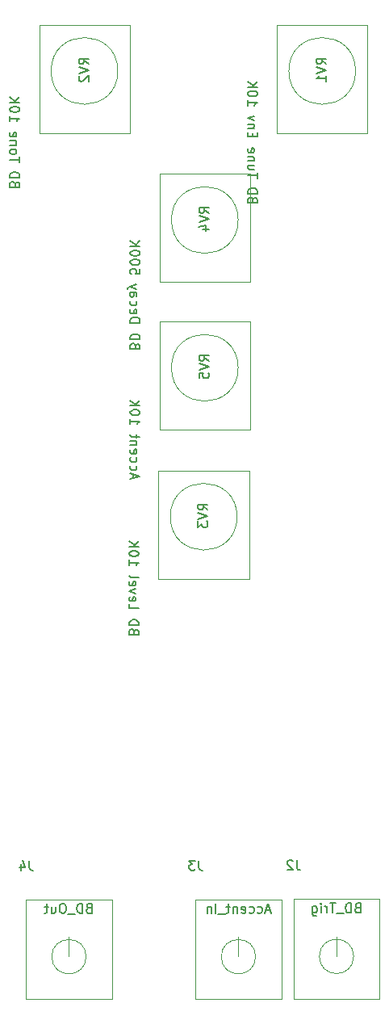
<source format=gbr>
%TF.GenerationSoftware,KiCad,Pcbnew,(5.1.9)-1*%
%TF.CreationDate,2021-08-15T07:19:13+01:00*%
%TF.ProjectId,8x8_Kick_Drum,3878385f-4b69-4636-9b5f-4472756d2e6b,rev?*%
%TF.SameCoordinates,Original*%
%TF.FileFunction,Other,Fab,Bot*%
%FSLAX46Y46*%
G04 Gerber Fmt 4.6, Leading zero omitted, Abs format (unit mm)*
G04 Created by KiCad (PCBNEW (5.1.9)-1) date 2021-08-15 07:19:13*
%MOMM*%
%LPD*%
G01*
G04 APERTURE LIST*
%ADD10C,0.100000*%
%ADD11C,0.150000*%
G04 APERTURE END LIST*
D10*
%TO.C,J4*%
X132334000Y-163065000D02*
X132334000Y-161035000D01*
X134134000Y-163085000D02*
G75*
G03*
X134134000Y-163085000I-1800000J0D01*
G01*
X136834000Y-167535000D02*
X127834000Y-167535000D01*
X136834000Y-157085000D02*
X127834000Y-157085000D01*
X136834000Y-157085000D02*
X136834000Y-167485000D01*
X127834000Y-157085000D02*
X127834000Y-167485000D01*
%TO.C,J3*%
X150114000Y-163068000D02*
X150114000Y-161038000D01*
X151914000Y-163088000D02*
G75*
G03*
X151914000Y-163088000I-1800000J0D01*
G01*
X154614000Y-167538000D02*
X145614000Y-167538000D01*
X154614000Y-157088000D02*
X145614000Y-157088000D01*
X154614000Y-157088000D02*
X154614000Y-167488000D01*
X145614000Y-157088000D02*
X145614000Y-167488000D01*
%TO.C,J2*%
X160401000Y-163035000D02*
X160401000Y-161005000D01*
X162201000Y-163055000D02*
G75*
G03*
X162201000Y-163055000I-1800000J0D01*
G01*
X164901000Y-167505000D02*
X155901000Y-167505000D01*
X164901000Y-157055000D02*
X155901000Y-157055000D01*
X164901000Y-157055000D02*
X164901000Y-167455000D01*
X155901000Y-157055000D02*
X155901000Y-167455000D01*
%TO.C,RV5*%
X150084000Y-101346000D02*
G75*
G03*
X150084000Y-101346000I-3500000J0D01*
G01*
X141834000Y-107846000D02*
X151334000Y-107846000D01*
X141834000Y-96496000D02*
X151334000Y-96496000D01*
X151334000Y-107846000D02*
X151334000Y-96496000D01*
X141834000Y-107846000D02*
X141834000Y-96496000D01*
%TO.C,RV3*%
X149971000Y-116960000D02*
G75*
G03*
X149971000Y-116960000I-3500000J0D01*
G01*
X141721000Y-123460000D02*
X151221000Y-123460000D01*
X141721000Y-112110000D02*
X151221000Y-112110000D01*
X151221000Y-123460000D02*
X151221000Y-112110000D01*
X141721000Y-123460000D02*
X141721000Y-112110000D01*
%TO.C,RV4*%
X150084000Y-85852000D02*
G75*
G03*
X150084000Y-85852000I-3500000J0D01*
G01*
X141834000Y-92352000D02*
X151334000Y-92352000D01*
X141834000Y-81002000D02*
X151334000Y-81002000D01*
X151334000Y-92352000D02*
X151334000Y-81002000D01*
X141834000Y-92352000D02*
X141834000Y-81002000D01*
%TO.C,RV2*%
X137459000Y-70224000D02*
G75*
G03*
X137459000Y-70224000I-3500000J0D01*
G01*
X129209000Y-76724000D02*
X138709000Y-76724000D01*
X129209000Y-65374000D02*
X138709000Y-65374000D01*
X138709000Y-76724000D02*
X138709000Y-65374000D01*
X129209000Y-76724000D02*
X129209000Y-65374000D01*
%TO.C,RV1*%
X162403000Y-70224000D02*
G75*
G03*
X162403000Y-70224000I-3500000J0D01*
G01*
X154153000Y-76724000D02*
X163653000Y-76724000D01*
X154153000Y-65374000D02*
X163653000Y-65374000D01*
X163653000Y-76724000D02*
X163653000Y-65374000D01*
X154153000Y-76724000D02*
X154153000Y-65374000D01*
%TD*%
%TO.C,J4*%
D11*
X134405428Y-157993571D02*
X134262571Y-158041190D01*
X134214952Y-158088809D01*
X134167333Y-158184047D01*
X134167333Y-158326904D01*
X134214952Y-158422142D01*
X134262571Y-158469761D01*
X134357809Y-158517380D01*
X134738761Y-158517380D01*
X134738761Y-157517380D01*
X134405428Y-157517380D01*
X134310190Y-157565000D01*
X134262571Y-157612619D01*
X134214952Y-157707857D01*
X134214952Y-157803095D01*
X134262571Y-157898333D01*
X134310190Y-157945952D01*
X134405428Y-157993571D01*
X134738761Y-157993571D01*
X133738761Y-158517380D02*
X133738761Y-157517380D01*
X133500666Y-157517380D01*
X133357809Y-157565000D01*
X133262571Y-157660238D01*
X133214952Y-157755476D01*
X133167333Y-157945952D01*
X133167333Y-158088809D01*
X133214952Y-158279285D01*
X133262571Y-158374523D01*
X133357809Y-158469761D01*
X133500666Y-158517380D01*
X133738761Y-158517380D01*
X132976857Y-158612619D02*
X132214952Y-158612619D01*
X131786380Y-157517380D02*
X131595904Y-157517380D01*
X131500666Y-157565000D01*
X131405428Y-157660238D01*
X131357809Y-157850714D01*
X131357809Y-158184047D01*
X131405428Y-158374523D01*
X131500666Y-158469761D01*
X131595904Y-158517380D01*
X131786380Y-158517380D01*
X131881619Y-158469761D01*
X131976857Y-158374523D01*
X132024476Y-158184047D01*
X132024476Y-157850714D01*
X131976857Y-157660238D01*
X131881619Y-157565000D01*
X131786380Y-157517380D01*
X130500666Y-157850714D02*
X130500666Y-158517380D01*
X130929238Y-157850714D02*
X130929238Y-158374523D01*
X130881619Y-158469761D01*
X130786380Y-158517380D01*
X130643523Y-158517380D01*
X130548285Y-158469761D01*
X130500666Y-158422142D01*
X130167333Y-157850714D02*
X129786380Y-157850714D01*
X130024476Y-157517380D02*
X130024476Y-158374523D01*
X129976857Y-158469761D01*
X129881619Y-158517380D01*
X129786380Y-158517380D01*
X128167333Y-153017380D02*
X128167333Y-153731666D01*
X128214952Y-153874523D01*
X128310190Y-153969761D01*
X128453047Y-154017380D01*
X128548285Y-154017380D01*
X127262571Y-153350714D02*
X127262571Y-154017380D01*
X127500666Y-152969761D02*
X127738761Y-153684047D01*
X127119714Y-153684047D01*
%TO.C,J3*%
X153447333Y-158234666D02*
X152971142Y-158234666D01*
X153542571Y-158520380D02*
X153209238Y-157520380D01*
X152875904Y-158520380D01*
X152114000Y-158472761D02*
X152209238Y-158520380D01*
X152399714Y-158520380D01*
X152494952Y-158472761D01*
X152542571Y-158425142D01*
X152590190Y-158329904D01*
X152590190Y-158044190D01*
X152542571Y-157948952D01*
X152494952Y-157901333D01*
X152399714Y-157853714D01*
X152209238Y-157853714D01*
X152114000Y-157901333D01*
X151256857Y-158472761D02*
X151352095Y-158520380D01*
X151542571Y-158520380D01*
X151637809Y-158472761D01*
X151685428Y-158425142D01*
X151733047Y-158329904D01*
X151733047Y-158044190D01*
X151685428Y-157948952D01*
X151637809Y-157901333D01*
X151542571Y-157853714D01*
X151352095Y-157853714D01*
X151256857Y-157901333D01*
X150447333Y-158472761D02*
X150542571Y-158520380D01*
X150733047Y-158520380D01*
X150828285Y-158472761D01*
X150875904Y-158377523D01*
X150875904Y-157996571D01*
X150828285Y-157901333D01*
X150733047Y-157853714D01*
X150542571Y-157853714D01*
X150447333Y-157901333D01*
X150399714Y-157996571D01*
X150399714Y-158091809D01*
X150875904Y-158187047D01*
X149971142Y-157853714D02*
X149971142Y-158520380D01*
X149971142Y-157948952D02*
X149923523Y-157901333D01*
X149828285Y-157853714D01*
X149685428Y-157853714D01*
X149590190Y-157901333D01*
X149542571Y-157996571D01*
X149542571Y-158520380D01*
X149209238Y-157853714D02*
X148828285Y-157853714D01*
X149066380Y-157520380D02*
X149066380Y-158377523D01*
X149018761Y-158472761D01*
X148923523Y-158520380D01*
X148828285Y-158520380D01*
X148733047Y-158615619D02*
X147971142Y-158615619D01*
X147733047Y-158520380D02*
X147733047Y-157520380D01*
X147256857Y-157853714D02*
X147256857Y-158520380D01*
X147256857Y-157948952D02*
X147209238Y-157901333D01*
X147114000Y-157853714D01*
X146971142Y-157853714D01*
X146875904Y-157901333D01*
X146828285Y-157996571D01*
X146828285Y-158520380D01*
X145947333Y-153020380D02*
X145947333Y-153734666D01*
X145994952Y-153877523D01*
X146090190Y-153972761D01*
X146233047Y-154020380D01*
X146328285Y-154020380D01*
X145566380Y-153020380D02*
X144947333Y-153020380D01*
X145280666Y-153401333D01*
X145137809Y-153401333D01*
X145042571Y-153448952D01*
X144994952Y-153496571D01*
X144947333Y-153591809D01*
X144947333Y-153829904D01*
X144994952Y-153925142D01*
X145042571Y-153972761D01*
X145137809Y-154020380D01*
X145423523Y-154020380D01*
X145518761Y-153972761D01*
X145566380Y-153925142D01*
%TO.C,J2*%
X162591476Y-157963571D02*
X162448619Y-158011190D01*
X162401000Y-158058809D01*
X162353380Y-158154047D01*
X162353380Y-158296904D01*
X162401000Y-158392142D01*
X162448619Y-158439761D01*
X162543857Y-158487380D01*
X162924809Y-158487380D01*
X162924809Y-157487380D01*
X162591476Y-157487380D01*
X162496238Y-157535000D01*
X162448619Y-157582619D01*
X162401000Y-157677857D01*
X162401000Y-157773095D01*
X162448619Y-157868333D01*
X162496238Y-157915952D01*
X162591476Y-157963571D01*
X162924809Y-157963571D01*
X161924809Y-158487380D02*
X161924809Y-157487380D01*
X161686714Y-157487380D01*
X161543857Y-157535000D01*
X161448619Y-157630238D01*
X161401000Y-157725476D01*
X161353380Y-157915952D01*
X161353380Y-158058809D01*
X161401000Y-158249285D01*
X161448619Y-158344523D01*
X161543857Y-158439761D01*
X161686714Y-158487380D01*
X161924809Y-158487380D01*
X161162904Y-158582619D02*
X160401000Y-158582619D01*
X160305761Y-157487380D02*
X159734333Y-157487380D01*
X160020047Y-158487380D02*
X160020047Y-157487380D01*
X159401000Y-158487380D02*
X159401000Y-157820714D01*
X159401000Y-158011190D02*
X159353380Y-157915952D01*
X159305761Y-157868333D01*
X159210523Y-157820714D01*
X159115285Y-157820714D01*
X158781952Y-158487380D02*
X158781952Y-157820714D01*
X158781952Y-157487380D02*
X158829571Y-157535000D01*
X158781952Y-157582619D01*
X158734333Y-157535000D01*
X158781952Y-157487380D01*
X158781952Y-157582619D01*
X157877190Y-157820714D02*
X157877190Y-158630238D01*
X157924809Y-158725476D01*
X157972428Y-158773095D01*
X158067666Y-158820714D01*
X158210523Y-158820714D01*
X158305761Y-158773095D01*
X157877190Y-158439761D02*
X157972428Y-158487380D01*
X158162904Y-158487380D01*
X158258142Y-158439761D01*
X158305761Y-158392142D01*
X158353380Y-158296904D01*
X158353380Y-158011190D01*
X158305761Y-157915952D01*
X158258142Y-157868333D01*
X158162904Y-157820714D01*
X157972428Y-157820714D01*
X157877190Y-157868333D01*
X156234333Y-152987380D02*
X156234333Y-153701666D01*
X156281952Y-153844523D01*
X156377190Y-153939761D01*
X156520047Y-153987380D01*
X156615285Y-153987380D01*
X155805761Y-153082619D02*
X155758142Y-153035000D01*
X155662904Y-152987380D01*
X155424809Y-152987380D01*
X155329571Y-153035000D01*
X155281952Y-153082619D01*
X155234333Y-153177857D01*
X155234333Y-153273095D01*
X155281952Y-153415952D01*
X155853380Y-153987380D01*
X155234333Y-153987380D01*
%TO.C,RV5*%
X139057333Y-112941238D02*
X139057333Y-112465047D01*
X138771619Y-113036476D02*
X139771619Y-112703142D01*
X138771619Y-112369809D01*
X138819238Y-111607904D02*
X138771619Y-111703142D01*
X138771619Y-111893619D01*
X138819238Y-111988857D01*
X138866857Y-112036476D01*
X138962095Y-112084095D01*
X139247809Y-112084095D01*
X139343047Y-112036476D01*
X139390666Y-111988857D01*
X139438285Y-111893619D01*
X139438285Y-111703142D01*
X139390666Y-111607904D01*
X138819238Y-110750761D02*
X138771619Y-110846000D01*
X138771619Y-111036476D01*
X138819238Y-111131714D01*
X138866857Y-111179333D01*
X138962095Y-111226952D01*
X139247809Y-111226952D01*
X139343047Y-111179333D01*
X139390666Y-111131714D01*
X139438285Y-111036476D01*
X139438285Y-110846000D01*
X139390666Y-110750761D01*
X138819238Y-109941238D02*
X138771619Y-110036476D01*
X138771619Y-110226952D01*
X138819238Y-110322190D01*
X138914476Y-110369809D01*
X139295428Y-110369809D01*
X139390666Y-110322190D01*
X139438285Y-110226952D01*
X139438285Y-110036476D01*
X139390666Y-109941238D01*
X139295428Y-109893619D01*
X139200190Y-109893619D01*
X139104952Y-110369809D01*
X139438285Y-109465047D02*
X138771619Y-109465047D01*
X139343047Y-109465047D02*
X139390666Y-109417428D01*
X139438285Y-109322190D01*
X139438285Y-109179333D01*
X139390666Y-109084095D01*
X139295428Y-109036476D01*
X138771619Y-109036476D01*
X139438285Y-108703142D02*
X139438285Y-108322190D01*
X139771619Y-108560285D02*
X138914476Y-108560285D01*
X138819238Y-108512666D01*
X138771619Y-108417428D01*
X138771619Y-108322190D01*
X138771619Y-106703142D02*
X138771619Y-107274571D01*
X138771619Y-106988857D02*
X139771619Y-106988857D01*
X139628761Y-107084095D01*
X139533523Y-107179333D01*
X139485904Y-107274571D01*
X139771619Y-106084095D02*
X139771619Y-105988857D01*
X139724000Y-105893619D01*
X139676380Y-105846000D01*
X139581142Y-105798380D01*
X139390666Y-105750761D01*
X139152571Y-105750761D01*
X138962095Y-105798380D01*
X138866857Y-105846000D01*
X138819238Y-105893619D01*
X138771619Y-105988857D01*
X138771619Y-106084095D01*
X138819238Y-106179333D01*
X138866857Y-106226952D01*
X138962095Y-106274571D01*
X139152571Y-106322190D01*
X139390666Y-106322190D01*
X139581142Y-106274571D01*
X139676380Y-106226952D01*
X139724000Y-106179333D01*
X139771619Y-106084095D01*
X138771619Y-105322190D02*
X139771619Y-105322190D01*
X138771619Y-104750761D02*
X139343047Y-105179333D01*
X139771619Y-104750761D02*
X139200190Y-105322190D01*
X146996380Y-100630761D02*
X146520190Y-100297428D01*
X146996380Y-100059333D02*
X145996380Y-100059333D01*
X145996380Y-100440285D01*
X146044000Y-100535523D01*
X146091619Y-100583142D01*
X146186857Y-100630761D01*
X146329714Y-100630761D01*
X146424952Y-100583142D01*
X146472571Y-100535523D01*
X146520190Y-100440285D01*
X146520190Y-100059333D01*
X145996380Y-100916476D02*
X146996380Y-101249809D01*
X145996380Y-101583142D01*
X145996380Y-102392666D02*
X145996380Y-101916476D01*
X146472571Y-101868857D01*
X146424952Y-101916476D01*
X146377333Y-102011714D01*
X146377333Y-102249809D01*
X146424952Y-102345047D01*
X146472571Y-102392666D01*
X146567809Y-102440285D01*
X146805904Y-102440285D01*
X146901142Y-102392666D01*
X146948761Y-102345047D01*
X146996380Y-102249809D01*
X146996380Y-102011714D01*
X146948761Y-101916476D01*
X146901142Y-101868857D01*
%TO.C,RV3*%
X139182428Y-129007619D02*
X139134809Y-128864761D01*
X139087190Y-128817142D01*
X138991952Y-128769523D01*
X138849095Y-128769523D01*
X138753857Y-128817142D01*
X138706238Y-128864761D01*
X138658619Y-128960000D01*
X138658619Y-129340952D01*
X139658619Y-129340952D01*
X139658619Y-129007619D01*
X139611000Y-128912380D01*
X139563380Y-128864761D01*
X139468142Y-128817142D01*
X139372904Y-128817142D01*
X139277666Y-128864761D01*
X139230047Y-128912380D01*
X139182428Y-129007619D01*
X139182428Y-129340952D01*
X138658619Y-128340952D02*
X139658619Y-128340952D01*
X139658619Y-128102857D01*
X139611000Y-127960000D01*
X139515761Y-127864761D01*
X139420523Y-127817142D01*
X139230047Y-127769523D01*
X139087190Y-127769523D01*
X138896714Y-127817142D01*
X138801476Y-127864761D01*
X138706238Y-127960000D01*
X138658619Y-128102857D01*
X138658619Y-128340952D01*
X138658619Y-126102857D02*
X138658619Y-126579047D01*
X139658619Y-126579047D01*
X138706238Y-125388571D02*
X138658619Y-125483809D01*
X138658619Y-125674285D01*
X138706238Y-125769523D01*
X138801476Y-125817142D01*
X139182428Y-125817142D01*
X139277666Y-125769523D01*
X139325285Y-125674285D01*
X139325285Y-125483809D01*
X139277666Y-125388571D01*
X139182428Y-125340952D01*
X139087190Y-125340952D01*
X138991952Y-125817142D01*
X139325285Y-125007619D02*
X138658619Y-124769523D01*
X139325285Y-124531428D01*
X138706238Y-123769523D02*
X138658619Y-123864761D01*
X138658619Y-124055238D01*
X138706238Y-124150476D01*
X138801476Y-124198095D01*
X139182428Y-124198095D01*
X139277666Y-124150476D01*
X139325285Y-124055238D01*
X139325285Y-123864761D01*
X139277666Y-123769523D01*
X139182428Y-123721904D01*
X139087190Y-123721904D01*
X138991952Y-124198095D01*
X138658619Y-123150476D02*
X138706238Y-123245714D01*
X138801476Y-123293333D01*
X139658619Y-123293333D01*
X138658619Y-121483809D02*
X138658619Y-122055238D01*
X138658619Y-121769523D02*
X139658619Y-121769523D01*
X139515761Y-121864761D01*
X139420523Y-121960000D01*
X139372904Y-122055238D01*
X139658619Y-120864761D02*
X139658619Y-120769523D01*
X139611000Y-120674285D01*
X139563380Y-120626666D01*
X139468142Y-120579047D01*
X139277666Y-120531428D01*
X139039571Y-120531428D01*
X138849095Y-120579047D01*
X138753857Y-120626666D01*
X138706238Y-120674285D01*
X138658619Y-120769523D01*
X138658619Y-120864761D01*
X138706238Y-120960000D01*
X138753857Y-121007619D01*
X138849095Y-121055238D01*
X139039571Y-121102857D01*
X139277666Y-121102857D01*
X139468142Y-121055238D01*
X139563380Y-121007619D01*
X139611000Y-120960000D01*
X139658619Y-120864761D01*
X138658619Y-120102857D02*
X139658619Y-120102857D01*
X138658619Y-119531428D02*
X139230047Y-119960000D01*
X139658619Y-119531428D02*
X139087190Y-120102857D01*
X146883380Y-116244761D02*
X146407190Y-115911428D01*
X146883380Y-115673333D02*
X145883380Y-115673333D01*
X145883380Y-116054285D01*
X145931000Y-116149523D01*
X145978619Y-116197142D01*
X146073857Y-116244761D01*
X146216714Y-116244761D01*
X146311952Y-116197142D01*
X146359571Y-116149523D01*
X146407190Y-116054285D01*
X146407190Y-115673333D01*
X145883380Y-116530476D02*
X146883380Y-116863809D01*
X145883380Y-117197142D01*
X145883380Y-117435238D02*
X145883380Y-118054285D01*
X146264333Y-117720952D01*
X146264333Y-117863809D01*
X146311952Y-117959047D01*
X146359571Y-118006666D01*
X146454809Y-118054285D01*
X146692904Y-118054285D01*
X146788142Y-118006666D01*
X146835761Y-117959047D01*
X146883380Y-117863809D01*
X146883380Y-117578095D01*
X146835761Y-117482857D01*
X146788142Y-117435238D01*
%TO.C,RV4*%
X139295428Y-99042476D02*
X139247809Y-98899619D01*
X139200190Y-98852000D01*
X139104952Y-98804380D01*
X138962095Y-98804380D01*
X138866857Y-98852000D01*
X138819238Y-98899619D01*
X138771619Y-98994857D01*
X138771619Y-99375809D01*
X139771619Y-99375809D01*
X139771619Y-99042476D01*
X139724000Y-98947238D01*
X139676380Y-98899619D01*
X139581142Y-98852000D01*
X139485904Y-98852000D01*
X139390666Y-98899619D01*
X139343047Y-98947238D01*
X139295428Y-99042476D01*
X139295428Y-99375809D01*
X138771619Y-98375809D02*
X139771619Y-98375809D01*
X139771619Y-98137714D01*
X139724000Y-97994857D01*
X139628761Y-97899619D01*
X139533523Y-97852000D01*
X139343047Y-97804380D01*
X139200190Y-97804380D01*
X139009714Y-97852000D01*
X138914476Y-97899619D01*
X138819238Y-97994857D01*
X138771619Y-98137714D01*
X138771619Y-98375809D01*
X138771619Y-96613904D02*
X139771619Y-96613904D01*
X139771619Y-96375809D01*
X139724000Y-96232952D01*
X139628761Y-96137714D01*
X139533523Y-96090095D01*
X139343047Y-96042476D01*
X139200190Y-96042476D01*
X139009714Y-96090095D01*
X138914476Y-96137714D01*
X138819238Y-96232952D01*
X138771619Y-96375809D01*
X138771619Y-96613904D01*
X138819238Y-95232952D02*
X138771619Y-95328190D01*
X138771619Y-95518666D01*
X138819238Y-95613904D01*
X138914476Y-95661523D01*
X139295428Y-95661523D01*
X139390666Y-95613904D01*
X139438285Y-95518666D01*
X139438285Y-95328190D01*
X139390666Y-95232952D01*
X139295428Y-95185333D01*
X139200190Y-95185333D01*
X139104952Y-95661523D01*
X138819238Y-94328190D02*
X138771619Y-94423428D01*
X138771619Y-94613904D01*
X138819238Y-94709142D01*
X138866857Y-94756761D01*
X138962095Y-94804380D01*
X139247809Y-94804380D01*
X139343047Y-94756761D01*
X139390666Y-94709142D01*
X139438285Y-94613904D01*
X139438285Y-94423428D01*
X139390666Y-94328190D01*
X138771619Y-93471047D02*
X139295428Y-93471047D01*
X139390666Y-93518666D01*
X139438285Y-93613904D01*
X139438285Y-93804380D01*
X139390666Y-93899619D01*
X138819238Y-93471047D02*
X138771619Y-93566285D01*
X138771619Y-93804380D01*
X138819238Y-93899619D01*
X138914476Y-93947238D01*
X139009714Y-93947238D01*
X139104952Y-93899619D01*
X139152571Y-93804380D01*
X139152571Y-93566285D01*
X139200190Y-93471047D01*
X139438285Y-93090095D02*
X138771619Y-92852000D01*
X139438285Y-92613904D02*
X138771619Y-92852000D01*
X138533523Y-92947238D01*
X138485904Y-92994857D01*
X138438285Y-93090095D01*
X139771619Y-90994857D02*
X139771619Y-91471047D01*
X139295428Y-91518666D01*
X139343047Y-91471047D01*
X139390666Y-91375809D01*
X139390666Y-91137714D01*
X139343047Y-91042476D01*
X139295428Y-90994857D01*
X139200190Y-90947238D01*
X138962095Y-90947238D01*
X138866857Y-90994857D01*
X138819238Y-91042476D01*
X138771619Y-91137714D01*
X138771619Y-91375809D01*
X138819238Y-91471047D01*
X138866857Y-91518666D01*
X139771619Y-90328190D02*
X139771619Y-90232952D01*
X139724000Y-90137714D01*
X139676380Y-90090095D01*
X139581142Y-90042476D01*
X139390666Y-89994857D01*
X139152571Y-89994857D01*
X138962095Y-90042476D01*
X138866857Y-90090095D01*
X138819238Y-90137714D01*
X138771619Y-90232952D01*
X138771619Y-90328190D01*
X138819238Y-90423428D01*
X138866857Y-90471047D01*
X138962095Y-90518666D01*
X139152571Y-90566285D01*
X139390666Y-90566285D01*
X139581142Y-90518666D01*
X139676380Y-90471047D01*
X139724000Y-90423428D01*
X139771619Y-90328190D01*
X139771619Y-89375809D02*
X139771619Y-89280571D01*
X139724000Y-89185333D01*
X139676380Y-89137714D01*
X139581142Y-89090095D01*
X139390666Y-89042476D01*
X139152571Y-89042476D01*
X138962095Y-89090095D01*
X138866857Y-89137714D01*
X138819238Y-89185333D01*
X138771619Y-89280571D01*
X138771619Y-89375809D01*
X138819238Y-89471047D01*
X138866857Y-89518666D01*
X138962095Y-89566285D01*
X139152571Y-89613904D01*
X139390666Y-89613904D01*
X139581142Y-89566285D01*
X139676380Y-89518666D01*
X139724000Y-89471047D01*
X139771619Y-89375809D01*
X138771619Y-88613904D02*
X139771619Y-88613904D01*
X138771619Y-88042476D02*
X139343047Y-88471047D01*
X139771619Y-88042476D02*
X139200190Y-88613904D01*
X146996380Y-85136761D02*
X146520190Y-84803428D01*
X146996380Y-84565333D02*
X145996380Y-84565333D01*
X145996380Y-84946285D01*
X146044000Y-85041523D01*
X146091619Y-85089142D01*
X146186857Y-85136761D01*
X146329714Y-85136761D01*
X146424952Y-85089142D01*
X146472571Y-85041523D01*
X146520190Y-84946285D01*
X146520190Y-84565333D01*
X145996380Y-85422476D02*
X146996380Y-85755809D01*
X145996380Y-86089142D01*
X146329714Y-86851047D02*
X146996380Y-86851047D01*
X145948761Y-86612952D02*
X146663047Y-86374857D01*
X146663047Y-86993904D01*
%TO.C,RV2*%
X126670428Y-82081142D02*
X126622809Y-81938285D01*
X126575190Y-81890666D01*
X126479952Y-81843047D01*
X126337095Y-81843047D01*
X126241857Y-81890666D01*
X126194238Y-81938285D01*
X126146619Y-82033523D01*
X126146619Y-82414476D01*
X127146619Y-82414476D01*
X127146619Y-82081142D01*
X127099000Y-81985904D01*
X127051380Y-81938285D01*
X126956142Y-81890666D01*
X126860904Y-81890666D01*
X126765666Y-81938285D01*
X126718047Y-81985904D01*
X126670428Y-82081142D01*
X126670428Y-82414476D01*
X126146619Y-81414476D02*
X127146619Y-81414476D01*
X127146619Y-81176380D01*
X127099000Y-81033523D01*
X127003761Y-80938285D01*
X126908523Y-80890666D01*
X126718047Y-80843047D01*
X126575190Y-80843047D01*
X126384714Y-80890666D01*
X126289476Y-80938285D01*
X126194238Y-81033523D01*
X126146619Y-81176380D01*
X126146619Y-81414476D01*
X127146619Y-79795428D02*
X127146619Y-79224000D01*
X126146619Y-79509714D02*
X127146619Y-79509714D01*
X126146619Y-78747809D02*
X126194238Y-78843047D01*
X126241857Y-78890666D01*
X126337095Y-78938285D01*
X126622809Y-78938285D01*
X126718047Y-78890666D01*
X126765666Y-78843047D01*
X126813285Y-78747809D01*
X126813285Y-78604952D01*
X126765666Y-78509714D01*
X126718047Y-78462095D01*
X126622809Y-78414476D01*
X126337095Y-78414476D01*
X126241857Y-78462095D01*
X126194238Y-78509714D01*
X126146619Y-78604952D01*
X126146619Y-78747809D01*
X126813285Y-77985904D02*
X126146619Y-77985904D01*
X126718047Y-77985904D02*
X126765666Y-77938285D01*
X126813285Y-77843047D01*
X126813285Y-77700190D01*
X126765666Y-77604952D01*
X126670428Y-77557333D01*
X126146619Y-77557333D01*
X126194238Y-76700190D02*
X126146619Y-76795428D01*
X126146619Y-76985904D01*
X126194238Y-77081142D01*
X126289476Y-77128761D01*
X126670428Y-77128761D01*
X126765666Y-77081142D01*
X126813285Y-76985904D01*
X126813285Y-76795428D01*
X126765666Y-76700190D01*
X126670428Y-76652571D01*
X126575190Y-76652571D01*
X126479952Y-77128761D01*
X126146619Y-74938285D02*
X126146619Y-75509714D01*
X126146619Y-75224000D02*
X127146619Y-75224000D01*
X127003761Y-75319238D01*
X126908523Y-75414476D01*
X126860904Y-75509714D01*
X127146619Y-74319238D02*
X127146619Y-74224000D01*
X127099000Y-74128761D01*
X127051380Y-74081142D01*
X126956142Y-74033523D01*
X126765666Y-73985904D01*
X126527571Y-73985904D01*
X126337095Y-74033523D01*
X126241857Y-74081142D01*
X126194238Y-74128761D01*
X126146619Y-74224000D01*
X126146619Y-74319238D01*
X126194238Y-74414476D01*
X126241857Y-74462095D01*
X126337095Y-74509714D01*
X126527571Y-74557333D01*
X126765666Y-74557333D01*
X126956142Y-74509714D01*
X127051380Y-74462095D01*
X127099000Y-74414476D01*
X127146619Y-74319238D01*
X126146619Y-73557333D02*
X127146619Y-73557333D01*
X126146619Y-72985904D02*
X126718047Y-73414476D01*
X127146619Y-72985904D02*
X126575190Y-73557333D01*
X134371380Y-69508761D02*
X133895190Y-69175428D01*
X134371380Y-68937333D02*
X133371380Y-68937333D01*
X133371380Y-69318285D01*
X133419000Y-69413523D01*
X133466619Y-69461142D01*
X133561857Y-69508761D01*
X133704714Y-69508761D01*
X133799952Y-69461142D01*
X133847571Y-69413523D01*
X133895190Y-69318285D01*
X133895190Y-68937333D01*
X133371380Y-69794476D02*
X134371380Y-70127809D01*
X133371380Y-70461142D01*
X133466619Y-70746857D02*
X133419000Y-70794476D01*
X133371380Y-70889714D01*
X133371380Y-71127809D01*
X133419000Y-71223047D01*
X133466619Y-71270666D01*
X133561857Y-71318285D01*
X133657095Y-71318285D01*
X133799952Y-71270666D01*
X134371380Y-70699238D01*
X134371380Y-71318285D01*
%TO.C,RV1*%
X151614428Y-83747809D02*
X151566809Y-83604952D01*
X151519190Y-83557333D01*
X151423952Y-83509714D01*
X151281095Y-83509714D01*
X151185857Y-83557333D01*
X151138238Y-83604952D01*
X151090619Y-83700190D01*
X151090619Y-84081142D01*
X152090619Y-84081142D01*
X152090619Y-83747809D01*
X152043000Y-83652571D01*
X151995380Y-83604952D01*
X151900142Y-83557333D01*
X151804904Y-83557333D01*
X151709666Y-83604952D01*
X151662047Y-83652571D01*
X151614428Y-83747809D01*
X151614428Y-84081142D01*
X151090619Y-83081142D02*
X152090619Y-83081142D01*
X152090619Y-82843047D01*
X152043000Y-82700190D01*
X151947761Y-82604952D01*
X151852523Y-82557333D01*
X151662047Y-82509714D01*
X151519190Y-82509714D01*
X151328714Y-82557333D01*
X151233476Y-82604952D01*
X151138238Y-82700190D01*
X151090619Y-82843047D01*
X151090619Y-83081142D01*
X152090619Y-81462095D02*
X152090619Y-80890666D01*
X151090619Y-81176380D02*
X152090619Y-81176380D01*
X151757285Y-80128761D02*
X151090619Y-80128761D01*
X151757285Y-80557333D02*
X151233476Y-80557333D01*
X151138238Y-80509714D01*
X151090619Y-80414476D01*
X151090619Y-80271619D01*
X151138238Y-80176380D01*
X151185857Y-80128761D01*
X151757285Y-79652571D02*
X151090619Y-79652571D01*
X151662047Y-79652571D02*
X151709666Y-79604952D01*
X151757285Y-79509714D01*
X151757285Y-79366857D01*
X151709666Y-79271619D01*
X151614428Y-79224000D01*
X151090619Y-79224000D01*
X151138238Y-78366857D02*
X151090619Y-78462095D01*
X151090619Y-78652571D01*
X151138238Y-78747809D01*
X151233476Y-78795428D01*
X151614428Y-78795428D01*
X151709666Y-78747809D01*
X151757285Y-78652571D01*
X151757285Y-78462095D01*
X151709666Y-78366857D01*
X151614428Y-78319238D01*
X151519190Y-78319238D01*
X151423952Y-78795428D01*
X151614428Y-77128761D02*
X151614428Y-76795428D01*
X151090619Y-76652571D02*
X151090619Y-77128761D01*
X152090619Y-77128761D01*
X152090619Y-76652571D01*
X151757285Y-76224000D02*
X151090619Y-76224000D01*
X151662047Y-76224000D02*
X151709666Y-76176380D01*
X151757285Y-76081142D01*
X151757285Y-75938285D01*
X151709666Y-75843047D01*
X151614428Y-75795428D01*
X151090619Y-75795428D01*
X151757285Y-75414476D02*
X151090619Y-75176380D01*
X151757285Y-74938285D01*
X151090619Y-73271619D02*
X151090619Y-73843047D01*
X151090619Y-73557333D02*
X152090619Y-73557333D01*
X151947761Y-73652571D01*
X151852523Y-73747809D01*
X151804904Y-73843047D01*
X152090619Y-72652571D02*
X152090619Y-72557333D01*
X152043000Y-72462095D01*
X151995380Y-72414476D01*
X151900142Y-72366857D01*
X151709666Y-72319238D01*
X151471571Y-72319238D01*
X151281095Y-72366857D01*
X151185857Y-72414476D01*
X151138238Y-72462095D01*
X151090619Y-72557333D01*
X151090619Y-72652571D01*
X151138238Y-72747809D01*
X151185857Y-72795428D01*
X151281095Y-72843047D01*
X151471571Y-72890666D01*
X151709666Y-72890666D01*
X151900142Y-72843047D01*
X151995380Y-72795428D01*
X152043000Y-72747809D01*
X152090619Y-72652571D01*
X151090619Y-71890666D02*
X152090619Y-71890666D01*
X151090619Y-71319238D02*
X151662047Y-71747809D01*
X152090619Y-71319238D02*
X151519190Y-71890666D01*
X159315380Y-69508761D02*
X158839190Y-69175428D01*
X159315380Y-68937333D02*
X158315380Y-68937333D01*
X158315380Y-69318285D01*
X158363000Y-69413523D01*
X158410619Y-69461142D01*
X158505857Y-69508761D01*
X158648714Y-69508761D01*
X158743952Y-69461142D01*
X158791571Y-69413523D01*
X158839190Y-69318285D01*
X158839190Y-68937333D01*
X158315380Y-69794476D02*
X159315380Y-70127809D01*
X158315380Y-70461142D01*
X159315380Y-71318285D02*
X159315380Y-70746857D01*
X159315380Y-71032571D02*
X158315380Y-71032571D01*
X158458238Y-70937333D01*
X158553476Y-70842095D01*
X158601095Y-70746857D01*
%TD*%
M02*

</source>
